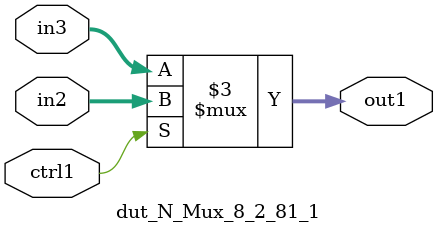
<source format=v>

`timescale 1ps / 1ps


module dut_N_Mux_8_2_81_1( in3, in2, ctrl1, out1 );

    input [7:0] in3;
    input [7:0] in2;
    input ctrl1;
    output [7:0] out1;
    reg [7:0] out1;

    
    // rtl_process:dut_N_Mux_8_2_81_1/dut_N_Mux_8_2_81_1_thread_1
    always @*
      begin : dut_N_Mux_8_2_81_1_thread_1
        case (ctrl1) 
          1'b1: 
            begin
              out1 = in2;
            end
          default: 
            begin
              out1 = in3;
            end
        endcase
      end

endmodule




</source>
